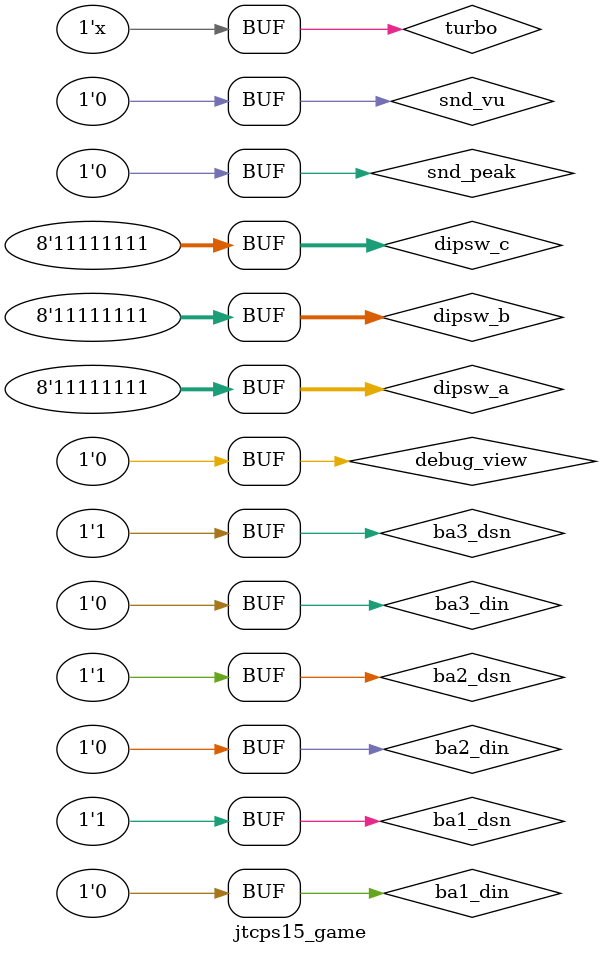
<source format=v>

/*  This file is part of JTCORES1.
    JTCORES1 program is free software: you can redistribute it and/or modify
    it under the terms of the GNU General Public License as published by
    the Free Software Foundation, either version 3 of the License, or
    (at your option) any later version.

    JTCORES1 program is distributed in the hope that it will be useful,
    but WITHOUT ANY WARRANTY; without even the implied warranty of
    MERCHANTABILITY or FITNESS FOR A PARTICULAR PURPOSE.  See the
    GNU General Public License for more details.

    You should have received a copy of the GNU General Public License
    along with JTCORES1.  If not, see <http://www.gnu.org/licenses/>.

    Author: Jose Tejada Gomez. Twitter: @topapate
    Version: 1.0
    Date: 26-9-2020 */

module jtcps15_game(
    `include "jtframe_game_ports.inc" // see $JTFRAME/hdl/inc/jtframe_game_ports.inc
);

wire        clk_gfx, rst_gfx;
wire        snd_cs, qsnd_cs, main_ram_cs, main_vram_cs, main_rom_cs,
            rom0_cs, rom1_cs,
            vram_dma_cs;
wire        HB, VB;
wire [18:0] snd_addr;
wire [22:0] qsnd_addr;
wire        prog_qsnd;
wire [ 7:0] snd_data, qsnd_data;
wire [17:1] ram_addr;
wire [21:1] main_rom_addr;
wire [15:0] main_ram_data, main_rom_data, main_dout, mmr_dout;
wire        main_rom_ok, main_ram_ok;
wire        ppu1_cs, ppu2_cs, ppu_rstn;
wire [19:0] rom1_addr, rom0_addr;
wire [31:0] rom0_data, rom1_data;
// Video RAM interface
wire [17:1] vram_dma_addr;
wire [15:0] vram_dma_data;
wire        vram_dma_ok, rom0_ok, rom1_ok, snd_ok, qsnd_ok;
wire [15:0] cpu_dout;
wire        cpu_speed;

wire        main_rnw, busreq, busack;
wire [ 7:0] dipsw_a, dipsw_b, dipsw_c;

wire        vram_clr, vram_rfsh_en;
wire [ 8:0] hdump;
wire [ 8:0] vdump, vrender;

wire        rom0_half, rom1_half;
wire        cfg_we;
wire        charger, video_flip;

// QSound - Decode keys
wire        kabuki_we, kabuki_en;

// M68k - Sound subsystem communication
wire [ 7:0] main2qs_din;
wire [23:1] main2qs_addr;
wire        main2qs_cs, main_busakn, main_waitn;

// EEPROM
wire        sclk, sdi, sdo, scs;

assign { dipsw_c, dipsw_b, dipsw_a } = ~24'd0;
assign snd_peak = 0;

wire [ 1:0] dsn;
wire        cen16, cen12, cen8, cen10b;
wire        cpu_cen, cpu_cenb;
wire        turbo;

`ifdef JTCPS_TURBO
assign turbo = 1;
`else
assign turbo = status[6];
`endif

assign snd_vu     = 0;
assign debug_view = 0;
assign ba1_din=0, ba2_din=0, ba3_din=0,
       ba1_dsn=3, ba2_dsn=3, ba3_dsn=3;

// CPU clock enable signals come from 48MHz domain
/* verilator lint_off PINMISSING */
jtframe_cen48 u_cen48(
    .clk        ( clk48         ),
    .cen16      ( cen16         ),
    .cen12      ( cen12         ),
    .cen8       ( cen8          ),
    .cen6       (               ),
    .cen4       (               ),
    .cen4_12    (               ),
    .cen3       (               ),
    .cen3q      (               ),
    .cen1p5     (               ),
    // 180 shifted signals
    .cen12b     (               ),
    .cen6b      (               ),
    .cen3b      (               ),
    .cen3qb     (               ),
    .cen1p5b    (               )
);

assign clk_gfx = clk;
assign rst_gfx = rst;

localparam REGSIZE=24;

// Turbo speed disables DMA
wire busreq_cpu = busreq & ~turbo;
wire busack_cpu;
assign busack = busack_cpu | turbo;

`ifndef NOMAIN
jtcps1_main u_main(
    .rst        ( rst48             ),
    .clk        ( clk48             ),
    .cen10      ( cpu_cen           ),
    .cen10b     ( cpu_cenb          ),
    .cpu_cen    (                   ),
    .turbo      ( 1'b1              ),  // 12MHz CPU
    // Timing
    .V          ( vdump             ),
    .LVBL       ( LVBL              ),
    .LHBL       ( LHBL              ),
    // PPU
    .ppu1_cs    ( ppu1_cs           ),
    .ppu2_cs    ( ppu2_cs           ),
    .ppu_rstn   ( ppu_rstn          ),
    .mmr_dout   ( mmr_dout          ),
    // Sound
    .main2qs_din ( main2qs_din      ),
    .main2qs_addr( main2qs_addr     ),
    .main2qs_cs  ( main2qs_cs       ),
    .main2qs_busakn( main_busakn    ),
    .main2qs_waitn( main_waitn      ),
    .UDSWn      ( dsn[1]            ),
    .LDSWn      ( dsn[0]            ),
    // cabinet I/O
    // Cabinet input
    .charger     ( charger          ),
    .cab_1p      ( cab_1p           ),
    .coin        ( coin             ),
    .joystick1   ( joystick1        ),
    .joystick2   ( joystick2        ),
    .joystick3   ( joystick3        ),
    .joystick4   ( joystick4        ),
    .dial_x      ( 2'd0             ),
    .dial_y      ( 2'd0             ),
    .service     ( service          ),
    .tilt        ( 1'b1             ),
    // BUS sharing
    .busreq      ( busreq_cpu       ),
    .busack      ( busack_cpu       ),
    .RnW         ( main_rnw         ),
    // RAM/VRAM access
    .addr        ( ram_addr         ),
    .cpu_dout    ( main_dout        ),
    .ram_cs      ( main_ram_cs      ),
    .vram_cs     ( main_vram_cs     ),
    .ram_data    ( main_ram_data    ),
    .ram_ok      ( main_ram_ok      ),
    // ROM access
    .rom_cs      ( main_rom_cs      ),
    .rom_addr    ( main_rom_addr    ),
    .rom_data    ( main_rom_data    ),
    .rom_ok      ( main_rom_ok      ),
    // DIP switches
    .dip_pause   ( dip_pause        ),
    .dip_test    ( dip_test         ),
    .dipsw_a     ( dipsw_a          ),
    .dipsw_b     ( dipsw_b          ),
    .dipsw_c     ( dipsw_c          ),
    // EEPROM
    .eeprom_sclk ( sclk             ),
    .eeprom_sdi  ( sdi              ),
    .eeprom_sdo  ( sdo              ),
    .eeprom_scs  ( scs              ),
    // Unused -stuff from CPS1
    .snd_latch0  (                  ),
    .snd_latch1  (                  ),
    .joymode     ( 2'd0             )
);
`else
assign ram_addr = 17'd0;
assign main_ram_cs = 1'b0;
assign main_vram_cs = 1'b0;
assign main_rom_cs = 1'b0;
assign dsn = 2'b11;
assign main_rnw   = 1'b1;
assign sclk       = 0;
assign sdo        = 0;
assign scs        = 0;
assign busack_cpu = 1;
`endif

reg rst_video, rst_sdram;

always @(negedge clk_gfx) begin
    rst_video <= rst_gfx;
end

always @(negedge clk) begin
    rst_sdram <= rst;
end

assign dip_flip = ~video_flip;

jtcps1_video #(REGSIZE) u_video(
    .rst            ( rst_video     ),
    .clk            ( clk_gfx       ),
    .clk_cpu        ( clk48         ),
    .pxl2_cen       ( pxl2_cen      ),
    .pxl_cen        ( pxl_cen       ),

    .hdump          ( hdump         ),
    .vdump          ( vdump         ),
    .vrender        ( vrender       ),
    .gfx_en         ( gfx_en        ),
    .cpu_speed      ( cpu_speed     ),
    .charger        ( charger       ),
    .kabuki_en      ( kabuki_en     ),
    .raster         (               ),

    // CPU interface
    .ppu_rstn       ( ppu_rstn      ),
    .ppu1_cs        ( ppu1_cs       ),
    .ppu2_cs        ( ppu2_cs       ),
    .addr           ( ram_addr[12:1]),
    .dsn            ( dsn           ),      // data select, active low
    .cpu_dout       ( main_dout     ),
    .mmr_dout       ( mmr_dout      ),
    // BUS sharing
    .busreq         ( busreq        ),
    .busack         ( busack        ),

    // Video signal
    .HS             ( HS            ),
    .VS             ( VS            ),
    .LHBL           ( LHBL          ),
    .LVBL           ( LVBL          ),
    .red            ( red           ),
    .green          ( green         ),
    .blue           ( blue          ),
    .flip           ( video_flip    ),

    // CPS-B Registers
    .cfg_we         ( cfg_we        ),
    .cfg_data       ( prog_data[7:0]),

    // Extra inputs read through the C-Board
    .cab_1p   ( cab_1p  ),
    .coin     ( coin    ),
    .joystick1      ( joystick1     ),
    .joystick2      ( joystick2     ),
    .joystick3      ( joystick3     ),
    .joystick4      ( joystick4     ),

    // Video RAM interface
    .vram_dma_addr  ( vram_dma_addr ),
    .vram_dma_data  ( vram_dma_data ),
    .vram_dma_ok    ( vram_dma_ok   ),
    .vram_dma_cs    ( vram_dma_cs   ),
    .vram_dma_clr   ( vram_clr      ),
    .vram_rfsh_en   ( vram_rfsh_en  ),

    // GFX ROM interface
    .rom1_addr      ( rom1_addr     ),
    .rom1_half      ( rom1_half     ),
    .rom1_data      ( rom1_data     ),
    .rom1_cs        ( rom1_cs       ),
    .rom1_ok        ( rom1_ok       ),
    .rom0_addr      ( rom0_addr     ),
    .rom0_bank      (               ),
    .rom0_half      ( rom0_half     ),
    .rom0_data      ( rom0_data     ),
    .rom0_cs        ( rom0_cs       ),
    .rom0_ok        ( rom0_ok       ),

    .debug_bus      ( debug_bus     ),
    // unused
    .star_bank      (               ),
    .star0_addr     (               ),
    .star0_data     ( 32'd0         ),
    .star0_cs       (               ),
    .star0_ok       ( 1'd0          ),
    .star1_addr     (               ),
    .star1_data     ( 32'd0         ),
    .star1_cs       (               ),
    .star1_ok       ( 1'd0          ),
    .watch_vram_cs  ( 1'd0          ),
    .watch          (               )
);

`ifndef NOZ80
// Sound CPU cannot be disabled as there is
// interaction between both CPUs at power up
jtcps15_sound u_sound(
    .rst        ( rst               ),
    .clk48      ( clk48             ),
    .clk96      ( clk               ),
    .cen8       ( cen8              ),
    .vol_up     ( 1'b0              ),
    .vol_down   ( 1'b0              ),
    // Decode keys
    .kabuki_we  ( kabuki_we         ),
    .kabuki_en  ( kabuki_en         ),

    // Interface with main CPU
    .main_addr  ( main2qs_addr      ),
    .main_dout  ( main_dout[7:0]    ),
    .main_din   ( main2qs_din       ),
    .main_ldswn ( dsn[0]            ),
    .main_buse_n( ~main2qs_cs       ),
    .main_busakn( main_busakn       ),
    .main_waitn ( main_waitn        ),

    // ROM
    .rom_addr   ( snd_addr          ),
    .rom_cs     ( snd_cs            ),
    .rom_data   ( snd_data          ),
    .rom_ok     ( snd_ok            ),

    // QSound sample ROM
    .qsnd_addr  ( qsnd_addr         ), // max 8 MB.
    .qsnd_cs    ( qsnd_cs           ),
    .qsnd_data  ( qsnd_data         ),
    .qsnd_ok    ( qsnd_ok           ),

    // ROM programming interface
    .prog_addr  ( prog_addr[12:0]   ),
    .prog_data  ( prog_data[7:0]    ),
    .prog_we    ( prog_qsnd         ),

    // Sound output
    .left       ( snd_left          ),
    .right      ( snd_right         ),
    .sample     ( sample            ),
    .volume     (                   )
);
`else
assign snd_cs = 0;
assign snd_addr = 0;
assign qsnd_cs = 0;
assign qsnd_addr = 0;
`endif

wire nc0, nc1, nc2, nc3, nc4;

jtcps1_sdram #(.CPS(15), .REGSIZE(REGSIZE)) u_sdram (
    .rst         ( rst_sdram     ),
    .clk         ( clk           ),
    .clk_gfx     ( clk_gfx       ),
    .clk_cpu     ( clk48         ),
    .LVBL        ( LVBL          ),

    .ioctl_rom   ( ioctl_rom     ),
    .dwnld_busy  ( dwnld_busy    ),
    .cfg_we      ( cfg_we        ),

    // ROM LOAD
    .ioctl_addr  ( ioctl_addr    ),
    .ioctl_dout  ( ioctl_dout    ),
    .ioctl_din   ( ioctl_din     ),
    .ioctl_wr    ( ioctl_wr      ),
    .ioctl_ram   ( ioctl_ram     ),
    .prog_addr   ({nc4,prog_addr}),
    .prog_data   ( prog_data     ),
    .prog_mask   ( prog_mask     ),
    .prog_ba     ( prog_ba       ),
    .prog_we     ( prog_we       ),
    .prog_rd     ( prog_rd       ),
    .prog_rdy    ( prog_rdy      ),
    .prog_qsnd   ( prog_qsnd     ),
    // Kabuki decoder (CPS 1.5)
    .kabuki_we   ( kabuki_we     ),

    // EEPROM
    .sclk           ( sclk          ),
    .sdi            ( sdi           ),
    .sdo            ( sdo           ),
    .scs            ( scs           ),

    // Main CPU
    .main_rom_cs    ( main_rom_cs   ),
    .main_rom_ok    ( main_rom_ok   ),
    .main_rom_addr  ( main_rom_addr ),
    .main_rom_data  ( main_rom_data ),

    // VRAM
    .vram_clr       ( vram_clr      ),
    .vram_dma_cs    ( vram_dma_cs   ),
    .main_ram_cs    ( main_ram_cs   ),
    .main_vram_cs   ( main_vram_cs  ),
    .vram_rfsh_en   ( vram_rfsh_en  ),

    // Object RAM (CPS2)
    .main_oram_cs   ( 1'b0          ),

    .dsn            ( dsn           ),
    .main_dout      ( main_dout     ),
    .main_rnw       ( main_rnw      ),

    .main_ram_ok    ( main_ram_ok   ),
    .vram_dma_ok    ( vram_dma_ok   ),

    .main_ram_addr  ( ram_addr      ),
    .vram_dma_addr  ( vram_dma_addr ),

    .main_ram_data  ( main_ram_data ),
    .vram_dma_data  ( vram_dma_data ),

    // Sound CPU and PCM
    .snd_cs      ( snd_cs        ),
    .pcm_cs      ( qsnd_cs       ),

    .snd_ok      ( snd_ok        ),
    .pcm_ok      ( qsnd_ok       ),

    .snd_addr    ( snd_addr      ),
    .pcm_addr    ( qsnd_addr     ),

    .snd_data    ( snd_data      ),
    .pcm_data    ( qsnd_data     ),

    // Graphics
    .rom0_cs     ( rom0_cs       ),
    .rom1_cs     ( rom1_cs       ),

    .rom0_ok     ( rom0_ok       ),
    .rom1_ok     ( rom1_ok       ),

    .rom0_addr   ( rom0_addr     ),
    .rom1_addr   ( rom1_addr     ),

    .rom0_half   ( rom0_half     ),
    .rom1_half   ( rom1_half     ),

    .rom0_data   ( rom0_data     ),
    .rom1_data   ( rom1_data     ),

    .star0_addr  ( 13'd0         ),
    .star0_data  (               ),
    .star0_ok    (               ),
    .star0_cs    ( 1'b0          ),

    .star1_addr  ( 13'd0         ),
    .star1_data  (               ),
    .star1_ok    (               ),
    .star1_cs    ( 1'b0          ),

    // Bank 0: allows R/W
    .ba0_addr    ( {nc0,ba0_addr}),
    .ba1_addr    ( {nc1,ba1_addr}),
    .ba2_addr    ( {nc2,ba2_addr}),
    .ba3_addr    ( {nc3,ba3_addr}),
    .ba_rd       ( ba_rd         ),
    .ba_wr       ( ba_wr         ),
    .ba_ack      ( ba_ack        ),
    .ba_dst      ( ba_dst        ),
    .ba_dok      ( ba_dok        ),
    .ba_rdy      ( ba_rdy        ),
    .ba0_din     ( ba0_din       ),
    .ba0_dsn     ( ba0_dsn       ),

    .data_read   ( data_read     ),
    // Unused - CPS2
    .rom0_bank    ( 2'd0         ),
    .star_bank    ( 1'd0         ),
    .cps2_key_we  (              ),
    .cps2_joymode (              ),
    .dump_flag    (              )
);

endmodule

</source>
